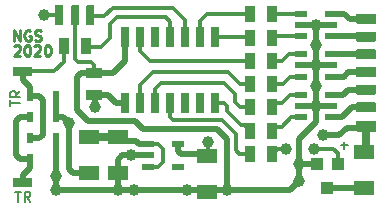
<source format=gbr>
G04 #@! TF.GenerationSoftware,KiCad,Pcbnew,5.1.5-52549c5~86~ubuntu19.10.1*
G04 #@! TF.CreationDate,2020-04-21T11:36:23+02:00*
G04 #@! TF.ProjectId,funcdec_uni.hw,66756e63-6465-4635-9f75-6e692e68772e,1*
G04 #@! TF.SameCoordinates,Original*
G04 #@! TF.FileFunction,Copper,L1,Top*
G04 #@! TF.FilePolarity,Positive*
%FSLAX46Y46*%
G04 Gerber Fmt 4.6, Leading zero omitted, Abs format (unit mm)*
G04 Created by KiCad (PCBNEW 5.1.5-52549c5~86~ubuntu19.10.1) date 2020-04-21 11:36:23*
%MOMM*%
%LPD*%
G04 APERTURE LIST*
%ADD10C,0.200000*%
%ADD11C,0.225000*%
%ADD12R,1.016000X0.609600*%
%ADD13R,0.629920X0.830580*%
%ADD14C,0.100000*%
%ADD15R,1.016000X1.016000*%
%ADD16R,0.660400X1.651000*%
%ADD17R,1.397000X0.889000*%
%ADD18R,1.803400X1.300480*%
%ADD19R,0.889000X1.397000*%
%ADD20C,1.000000*%
%ADD21C,0.380000*%
%ADD22C,0.650000*%
%ADD23C,0.500000*%
G04 APERTURE END LIST*
D10*
X12996523Y-21749857D02*
X12996523Y-21264142D01*
X13846523Y-21507000D02*
X12996523Y-21507000D01*
X13846523Y-20495095D02*
X13441761Y-20778428D01*
X13846523Y-20980809D02*
X12996523Y-20980809D01*
X12996523Y-20657000D01*
X13037000Y-20576047D01*
X13077476Y-20535571D01*
X13158428Y-20495095D01*
X13279857Y-20495095D01*
X13360809Y-20535571D01*
X13401285Y-20576047D01*
X13441761Y-20657000D01*
X13441761Y-20980809D01*
X13429142Y-28998523D02*
X13914857Y-28998523D01*
X13672000Y-29848523D02*
X13672000Y-28998523D01*
X14683904Y-29848523D02*
X14400571Y-29443761D01*
X14198190Y-29848523D02*
X14198190Y-28998523D01*
X14522000Y-28998523D01*
X14602952Y-29039000D01*
X14643428Y-29079476D01*
X14683904Y-29160428D01*
X14683904Y-29281857D01*
X14643428Y-29362809D01*
X14602952Y-29403285D01*
X14522000Y-29443761D01*
X14198190Y-29443761D01*
X40970238Y-25076142D02*
X41579761Y-25076142D01*
X41275000Y-25380904D02*
X41275000Y-24771380D01*
D11*
X13316142Y-16674357D02*
X13359000Y-16631500D01*
X13444714Y-16588642D01*
X13659000Y-16588642D01*
X13744714Y-16631500D01*
X13787571Y-16674357D01*
X13830428Y-16760071D01*
X13830428Y-16845785D01*
X13787571Y-16974357D01*
X13273285Y-17488642D01*
X13830428Y-17488642D01*
X14387571Y-16588642D02*
X14473285Y-16588642D01*
X14559000Y-16631500D01*
X14601857Y-16674357D01*
X14644714Y-16760071D01*
X14687571Y-16931500D01*
X14687571Y-17145785D01*
X14644714Y-17317214D01*
X14601857Y-17402928D01*
X14559000Y-17445785D01*
X14473285Y-17488642D01*
X14387571Y-17488642D01*
X14301857Y-17445785D01*
X14259000Y-17402928D01*
X14216142Y-17317214D01*
X14173285Y-17145785D01*
X14173285Y-16931500D01*
X14216142Y-16760071D01*
X14259000Y-16674357D01*
X14301857Y-16631500D01*
X14387571Y-16588642D01*
X15030428Y-16674357D02*
X15073285Y-16631500D01*
X15159000Y-16588642D01*
X15373285Y-16588642D01*
X15459000Y-16631500D01*
X15501857Y-16674357D01*
X15544714Y-16760071D01*
X15544714Y-16845785D01*
X15501857Y-16974357D01*
X14987571Y-17488642D01*
X15544714Y-17488642D01*
X16101857Y-16588642D02*
X16187571Y-16588642D01*
X16273285Y-16631500D01*
X16316142Y-16674357D01*
X16359000Y-16760071D01*
X16401857Y-16931500D01*
X16401857Y-17145785D01*
X16359000Y-17317214D01*
X16316142Y-17402928D01*
X16273285Y-17445785D01*
X16187571Y-17488642D01*
X16101857Y-17488642D01*
X16016142Y-17445785D01*
X15973285Y-17402928D01*
X15930428Y-17317214D01*
X15887571Y-17145785D01*
X15887571Y-16931500D01*
X15930428Y-16760071D01*
X15973285Y-16674357D01*
X16016142Y-16631500D01*
X16101857Y-16588642D01*
X13278785Y-16218642D02*
X13278785Y-15318642D01*
X13793071Y-16218642D01*
X13793071Y-15318642D01*
X14693071Y-15361500D02*
X14607357Y-15318642D01*
X14478785Y-15318642D01*
X14350214Y-15361500D01*
X14264500Y-15447214D01*
X14221642Y-15532928D01*
X14178785Y-15704357D01*
X14178785Y-15832928D01*
X14221642Y-16004357D01*
X14264500Y-16090071D01*
X14350214Y-16175785D01*
X14478785Y-16218642D01*
X14564500Y-16218642D01*
X14693071Y-16175785D01*
X14735928Y-16132928D01*
X14735928Y-15832928D01*
X14564500Y-15832928D01*
X15078785Y-16175785D02*
X15207357Y-16218642D01*
X15421642Y-16218642D01*
X15507357Y-16175785D01*
X15550214Y-16132928D01*
X15593071Y-16047214D01*
X15593071Y-15961500D01*
X15550214Y-15875785D01*
X15507357Y-15832928D01*
X15421642Y-15790071D01*
X15250214Y-15747214D01*
X15164500Y-15704357D01*
X15121642Y-15661500D01*
X15078785Y-15575785D01*
X15078785Y-15490071D01*
X15121642Y-15404357D01*
X15164500Y-15361500D01*
X15250214Y-15318642D01*
X15464500Y-15318642D01*
X15593071Y-15361500D01*
D12*
X27178000Y-26860500D03*
X24638000Y-25908000D03*
X27178000Y-24955500D03*
X24638000Y-26860500D03*
X24638000Y-24955500D03*
D13*
X16863060Y-20891500D03*
X14632940Y-20891500D03*
G04 #@! TA.AperFunction,SMDPad,CuDef*
D14*
G36*
X14790851Y-27819361D02*
G01*
X14798132Y-27820441D01*
X14805271Y-27822229D01*
X14812201Y-27824709D01*
X14818855Y-27827856D01*
X14825168Y-27831640D01*
X14831079Y-27836024D01*
X14836533Y-27840967D01*
X14841476Y-27846421D01*
X14845860Y-27852332D01*
X14849644Y-27858645D01*
X14852791Y-27865299D01*
X14855271Y-27872229D01*
X14857059Y-27879368D01*
X14858139Y-27886649D01*
X14858500Y-27894000D01*
X14858500Y-28494000D01*
X14858139Y-28501351D01*
X14857059Y-28508632D01*
X14855271Y-28515771D01*
X14852791Y-28522701D01*
X14849644Y-28529355D01*
X14845860Y-28535668D01*
X14841476Y-28541579D01*
X14836533Y-28547033D01*
X14831079Y-28551976D01*
X14825168Y-28556360D01*
X14818855Y-28560144D01*
X14812201Y-28563291D01*
X14805271Y-28565771D01*
X14798132Y-28567559D01*
X14790851Y-28568639D01*
X14783500Y-28569000D01*
X13283500Y-28569000D01*
X13276149Y-28568639D01*
X13268868Y-28567559D01*
X13261729Y-28565771D01*
X13254799Y-28563291D01*
X13248145Y-28560144D01*
X13241832Y-28556360D01*
X13235921Y-28551976D01*
X13230467Y-28547033D01*
X13225524Y-28541579D01*
X13221140Y-28535668D01*
X13217356Y-28529355D01*
X13214209Y-28522701D01*
X13211729Y-28515771D01*
X13209941Y-28508632D01*
X13208861Y-28501351D01*
X13208500Y-28494000D01*
X13208500Y-27894000D01*
X13208861Y-27886649D01*
X13209941Y-27879368D01*
X13211729Y-27872229D01*
X13214209Y-27865299D01*
X13217356Y-27858645D01*
X13221140Y-27852332D01*
X13225524Y-27846421D01*
X13230467Y-27840967D01*
X13235921Y-27836024D01*
X13241832Y-27831640D01*
X13248145Y-27827856D01*
X13254799Y-27824709D01*
X13261729Y-27822229D01*
X13268868Y-27820441D01*
X13276149Y-27819361D01*
X13283500Y-27819000D01*
X14783500Y-27819000D01*
X14790851Y-27819361D01*
G37*
G04 #@! TD.AperFunction*
D15*
X38925500Y-26670000D03*
X40703500Y-26670000D03*
X39814500Y-28702000D03*
G04 #@! TA.AperFunction,SMDPad,CuDef*
D14*
G36*
X43864831Y-13926409D02*
G01*
X43873083Y-13927633D01*
X43881174Y-13929660D01*
X43889028Y-13932470D01*
X43896569Y-13936037D01*
X43903723Y-13940325D01*
X43910423Y-13945294D01*
X43916604Y-13950896D01*
X43922206Y-13957077D01*
X43927175Y-13963777D01*
X43931463Y-13970931D01*
X43935030Y-13978472D01*
X43937840Y-13986326D01*
X43939867Y-13994417D01*
X43941091Y-14002669D01*
X43941500Y-14011000D01*
X43941500Y-14691000D01*
X43941091Y-14699331D01*
X43939867Y-14707583D01*
X43937840Y-14715674D01*
X43935030Y-14723528D01*
X43931463Y-14731069D01*
X43927175Y-14738223D01*
X43922206Y-14744923D01*
X43916604Y-14751104D01*
X43910423Y-14756706D01*
X43903723Y-14761675D01*
X43896569Y-14765963D01*
X43889028Y-14769530D01*
X43881174Y-14772340D01*
X43873083Y-14774367D01*
X43864831Y-14775591D01*
X43856500Y-14776000D01*
X42376500Y-14776000D01*
X42368169Y-14775591D01*
X42359917Y-14774367D01*
X42351826Y-14772340D01*
X42343972Y-14769530D01*
X42336431Y-14765963D01*
X42329277Y-14761675D01*
X42322577Y-14756706D01*
X42316396Y-14751104D01*
X42310794Y-14744923D01*
X42305825Y-14738223D01*
X42301537Y-14731069D01*
X42297970Y-14723528D01*
X42295160Y-14715674D01*
X42293133Y-14707583D01*
X42291909Y-14699331D01*
X42291500Y-14691000D01*
X42291500Y-14011000D01*
X42291909Y-14002669D01*
X42293133Y-13994417D01*
X42295160Y-13986326D01*
X42297970Y-13978472D01*
X42301537Y-13970931D01*
X42305825Y-13963777D01*
X42310794Y-13957077D01*
X42316396Y-13950896D01*
X42322577Y-13945294D01*
X42329277Y-13940325D01*
X42336431Y-13936037D01*
X42343972Y-13932470D01*
X42351826Y-13929660D01*
X42359917Y-13927633D01*
X42368169Y-13926409D01*
X42376500Y-13926000D01*
X43856500Y-13926000D01*
X43864831Y-13926409D01*
G37*
G04 #@! TD.AperFunction*
G04 #@! TA.AperFunction,SMDPad,CuDef*
G36*
X43864831Y-15426409D02*
G01*
X43873083Y-15427633D01*
X43881174Y-15429660D01*
X43889028Y-15432470D01*
X43896569Y-15436037D01*
X43903723Y-15440325D01*
X43910423Y-15445294D01*
X43916604Y-15450896D01*
X43922206Y-15457077D01*
X43927175Y-15463777D01*
X43931463Y-15470931D01*
X43935030Y-15478472D01*
X43937840Y-15486326D01*
X43939867Y-15494417D01*
X43941091Y-15502669D01*
X43941500Y-15511000D01*
X43941500Y-16191000D01*
X43941091Y-16199331D01*
X43939867Y-16207583D01*
X43937840Y-16215674D01*
X43935030Y-16223528D01*
X43931463Y-16231069D01*
X43927175Y-16238223D01*
X43922206Y-16244923D01*
X43916604Y-16251104D01*
X43910423Y-16256706D01*
X43903723Y-16261675D01*
X43896569Y-16265963D01*
X43889028Y-16269530D01*
X43881174Y-16272340D01*
X43873083Y-16274367D01*
X43864831Y-16275591D01*
X43856500Y-16276000D01*
X42376500Y-16276000D01*
X42368169Y-16275591D01*
X42359917Y-16274367D01*
X42351826Y-16272340D01*
X42343972Y-16269530D01*
X42336431Y-16265963D01*
X42329277Y-16261675D01*
X42322577Y-16256706D01*
X42316396Y-16251104D01*
X42310794Y-16244923D01*
X42305825Y-16238223D01*
X42301537Y-16231069D01*
X42297970Y-16223528D01*
X42295160Y-16215674D01*
X42293133Y-16207583D01*
X42291909Y-16199331D01*
X42291500Y-16191000D01*
X42291500Y-15511000D01*
X42291909Y-15502669D01*
X42293133Y-15494417D01*
X42295160Y-15486326D01*
X42297970Y-15478472D01*
X42301537Y-15470931D01*
X42305825Y-15463777D01*
X42310794Y-15457077D01*
X42316396Y-15450896D01*
X42322577Y-15445294D01*
X42329277Y-15440325D01*
X42336431Y-15436037D01*
X42343972Y-15432470D01*
X42351826Y-15429660D01*
X42359917Y-15427633D01*
X42368169Y-15426409D01*
X42376500Y-15426000D01*
X43856500Y-15426000D01*
X43864831Y-15426409D01*
G37*
G04 #@! TD.AperFunction*
G04 #@! TA.AperFunction,SMDPad,CuDef*
G36*
X43864831Y-16926409D02*
G01*
X43873083Y-16927633D01*
X43881174Y-16929660D01*
X43889028Y-16932470D01*
X43896569Y-16936037D01*
X43903723Y-16940325D01*
X43910423Y-16945294D01*
X43916604Y-16950896D01*
X43922206Y-16957077D01*
X43927175Y-16963777D01*
X43931463Y-16970931D01*
X43935030Y-16978472D01*
X43937840Y-16986326D01*
X43939867Y-16994417D01*
X43941091Y-17002669D01*
X43941500Y-17011000D01*
X43941500Y-17691000D01*
X43941091Y-17699331D01*
X43939867Y-17707583D01*
X43937840Y-17715674D01*
X43935030Y-17723528D01*
X43931463Y-17731069D01*
X43927175Y-17738223D01*
X43922206Y-17744923D01*
X43916604Y-17751104D01*
X43910423Y-17756706D01*
X43903723Y-17761675D01*
X43896569Y-17765963D01*
X43889028Y-17769530D01*
X43881174Y-17772340D01*
X43873083Y-17774367D01*
X43864831Y-17775591D01*
X43856500Y-17776000D01*
X42376500Y-17776000D01*
X42368169Y-17775591D01*
X42359917Y-17774367D01*
X42351826Y-17772340D01*
X42343972Y-17769530D01*
X42336431Y-17765963D01*
X42329277Y-17761675D01*
X42322577Y-17756706D01*
X42316396Y-17751104D01*
X42310794Y-17744923D01*
X42305825Y-17738223D01*
X42301537Y-17731069D01*
X42297970Y-17723528D01*
X42295160Y-17715674D01*
X42293133Y-17707583D01*
X42291909Y-17699331D01*
X42291500Y-17691000D01*
X42291500Y-17011000D01*
X42291909Y-17002669D01*
X42293133Y-16994417D01*
X42295160Y-16986326D01*
X42297970Y-16978472D01*
X42301537Y-16970931D01*
X42305825Y-16963777D01*
X42310794Y-16957077D01*
X42316396Y-16950896D01*
X42322577Y-16945294D01*
X42329277Y-16940325D01*
X42336431Y-16936037D01*
X42343972Y-16932470D01*
X42351826Y-16929660D01*
X42359917Y-16927633D01*
X42368169Y-16926409D01*
X42376500Y-16926000D01*
X43856500Y-16926000D01*
X43864831Y-16926409D01*
G37*
G04 #@! TD.AperFunction*
G04 #@! TA.AperFunction,SMDPad,CuDef*
G36*
X43864831Y-18426409D02*
G01*
X43873083Y-18427633D01*
X43881174Y-18429660D01*
X43889028Y-18432470D01*
X43896569Y-18436037D01*
X43903723Y-18440325D01*
X43910423Y-18445294D01*
X43916604Y-18450896D01*
X43922206Y-18457077D01*
X43927175Y-18463777D01*
X43931463Y-18470931D01*
X43935030Y-18478472D01*
X43937840Y-18486326D01*
X43939867Y-18494417D01*
X43941091Y-18502669D01*
X43941500Y-18511000D01*
X43941500Y-19191000D01*
X43941091Y-19199331D01*
X43939867Y-19207583D01*
X43937840Y-19215674D01*
X43935030Y-19223528D01*
X43931463Y-19231069D01*
X43927175Y-19238223D01*
X43922206Y-19244923D01*
X43916604Y-19251104D01*
X43910423Y-19256706D01*
X43903723Y-19261675D01*
X43896569Y-19265963D01*
X43889028Y-19269530D01*
X43881174Y-19272340D01*
X43873083Y-19274367D01*
X43864831Y-19275591D01*
X43856500Y-19276000D01*
X42376500Y-19276000D01*
X42368169Y-19275591D01*
X42359917Y-19274367D01*
X42351826Y-19272340D01*
X42343972Y-19269530D01*
X42336431Y-19265963D01*
X42329277Y-19261675D01*
X42322577Y-19256706D01*
X42316396Y-19251104D01*
X42310794Y-19244923D01*
X42305825Y-19238223D01*
X42301537Y-19231069D01*
X42297970Y-19223528D01*
X42295160Y-19215674D01*
X42293133Y-19207583D01*
X42291909Y-19199331D01*
X42291500Y-19191000D01*
X42291500Y-18511000D01*
X42291909Y-18502669D01*
X42293133Y-18494417D01*
X42295160Y-18486326D01*
X42297970Y-18478472D01*
X42301537Y-18470931D01*
X42305825Y-18463777D01*
X42310794Y-18457077D01*
X42316396Y-18450896D01*
X42322577Y-18445294D01*
X42329277Y-18440325D01*
X42336431Y-18436037D01*
X42343972Y-18432470D01*
X42351826Y-18429660D01*
X42359917Y-18427633D01*
X42368169Y-18426409D01*
X42376500Y-18426000D01*
X43856500Y-18426000D01*
X43864831Y-18426409D01*
G37*
G04 #@! TD.AperFunction*
G04 #@! TA.AperFunction,SMDPad,CuDef*
G36*
X43864831Y-19926409D02*
G01*
X43873083Y-19927633D01*
X43881174Y-19929660D01*
X43889028Y-19932470D01*
X43896569Y-19936037D01*
X43903723Y-19940325D01*
X43910423Y-19945294D01*
X43916604Y-19950896D01*
X43922206Y-19957077D01*
X43927175Y-19963777D01*
X43931463Y-19970931D01*
X43935030Y-19978472D01*
X43937840Y-19986326D01*
X43939867Y-19994417D01*
X43941091Y-20002669D01*
X43941500Y-20011000D01*
X43941500Y-20691000D01*
X43941091Y-20699331D01*
X43939867Y-20707583D01*
X43937840Y-20715674D01*
X43935030Y-20723528D01*
X43931463Y-20731069D01*
X43927175Y-20738223D01*
X43922206Y-20744923D01*
X43916604Y-20751104D01*
X43910423Y-20756706D01*
X43903723Y-20761675D01*
X43896569Y-20765963D01*
X43889028Y-20769530D01*
X43881174Y-20772340D01*
X43873083Y-20774367D01*
X43864831Y-20775591D01*
X43856500Y-20776000D01*
X42376500Y-20776000D01*
X42368169Y-20775591D01*
X42359917Y-20774367D01*
X42351826Y-20772340D01*
X42343972Y-20769530D01*
X42336431Y-20765963D01*
X42329277Y-20761675D01*
X42322577Y-20756706D01*
X42316396Y-20751104D01*
X42310794Y-20744923D01*
X42305825Y-20738223D01*
X42301537Y-20731069D01*
X42297970Y-20723528D01*
X42295160Y-20715674D01*
X42293133Y-20707583D01*
X42291909Y-20699331D01*
X42291500Y-20691000D01*
X42291500Y-20011000D01*
X42291909Y-20002669D01*
X42293133Y-19994417D01*
X42295160Y-19986326D01*
X42297970Y-19978472D01*
X42301537Y-19970931D01*
X42305825Y-19963777D01*
X42310794Y-19957077D01*
X42316396Y-19950896D01*
X42322577Y-19945294D01*
X42329277Y-19940325D01*
X42336431Y-19936037D01*
X42343972Y-19932470D01*
X42351826Y-19929660D01*
X42359917Y-19927633D01*
X42368169Y-19926409D01*
X42376500Y-19926000D01*
X43856500Y-19926000D01*
X43864831Y-19926409D01*
G37*
G04 #@! TD.AperFunction*
G04 #@! TA.AperFunction,SMDPad,CuDef*
G36*
X43864831Y-21426409D02*
G01*
X43873083Y-21427633D01*
X43881174Y-21429660D01*
X43889028Y-21432470D01*
X43896569Y-21436037D01*
X43903723Y-21440325D01*
X43910423Y-21445294D01*
X43916604Y-21450896D01*
X43922206Y-21457077D01*
X43927175Y-21463777D01*
X43931463Y-21470931D01*
X43935030Y-21478472D01*
X43937840Y-21486326D01*
X43939867Y-21494417D01*
X43941091Y-21502669D01*
X43941500Y-21511000D01*
X43941500Y-22191000D01*
X43941091Y-22199331D01*
X43939867Y-22207583D01*
X43937840Y-22215674D01*
X43935030Y-22223528D01*
X43931463Y-22231069D01*
X43927175Y-22238223D01*
X43922206Y-22244923D01*
X43916604Y-22251104D01*
X43910423Y-22256706D01*
X43903723Y-22261675D01*
X43896569Y-22265963D01*
X43889028Y-22269530D01*
X43881174Y-22272340D01*
X43873083Y-22274367D01*
X43864831Y-22275591D01*
X43856500Y-22276000D01*
X42376500Y-22276000D01*
X42368169Y-22275591D01*
X42359917Y-22274367D01*
X42351826Y-22272340D01*
X42343972Y-22269530D01*
X42336431Y-22265963D01*
X42329277Y-22261675D01*
X42322577Y-22256706D01*
X42316396Y-22251104D01*
X42310794Y-22244923D01*
X42305825Y-22238223D01*
X42301537Y-22231069D01*
X42297970Y-22223528D01*
X42295160Y-22215674D01*
X42293133Y-22207583D01*
X42291909Y-22199331D01*
X42291500Y-22191000D01*
X42291500Y-21511000D01*
X42291909Y-21502669D01*
X42293133Y-21494417D01*
X42295160Y-21486326D01*
X42297970Y-21478472D01*
X42301537Y-21470931D01*
X42305825Y-21463777D01*
X42310794Y-21457077D01*
X42316396Y-21450896D01*
X42322577Y-21445294D01*
X42329277Y-21440325D01*
X42336431Y-21436037D01*
X42343972Y-21432470D01*
X42351826Y-21429660D01*
X42359917Y-21427633D01*
X42368169Y-21426409D01*
X42376500Y-21426000D01*
X43856500Y-21426000D01*
X43864831Y-21426409D01*
G37*
G04 #@! TD.AperFunction*
G04 #@! TA.AperFunction,SMDPad,CuDef*
G36*
X43855812Y-22976457D02*
G01*
X43865034Y-22977825D01*
X43874077Y-22980091D01*
X43882855Y-22983231D01*
X43891283Y-22987217D01*
X43899279Y-22992010D01*
X43906767Y-22997564D01*
X43913675Y-23003825D01*
X43919936Y-23010733D01*
X43925490Y-23018221D01*
X43930283Y-23026217D01*
X43934269Y-23034645D01*
X43937409Y-23043423D01*
X43939675Y-23052466D01*
X43941043Y-23061688D01*
X43941500Y-23071000D01*
X43941500Y-23831000D01*
X43941043Y-23840312D01*
X43939675Y-23849534D01*
X43937409Y-23858577D01*
X43934269Y-23867355D01*
X43930283Y-23875783D01*
X43925490Y-23883779D01*
X43919936Y-23891267D01*
X43913675Y-23898175D01*
X43906767Y-23904436D01*
X43899279Y-23909990D01*
X43891283Y-23914783D01*
X43882855Y-23918769D01*
X43874077Y-23921909D01*
X43865034Y-23924175D01*
X43855812Y-23925543D01*
X43846500Y-23926000D01*
X42386500Y-23926000D01*
X42377188Y-23925543D01*
X42367966Y-23924175D01*
X42358923Y-23921909D01*
X42350145Y-23918769D01*
X42341717Y-23914783D01*
X42333721Y-23909990D01*
X42326233Y-23904436D01*
X42319325Y-23898175D01*
X42313064Y-23891267D01*
X42307510Y-23883779D01*
X42302717Y-23875783D01*
X42298731Y-23867355D01*
X42295591Y-23858577D01*
X42293325Y-23849534D01*
X42291957Y-23840312D01*
X42291500Y-23831000D01*
X42291500Y-23071000D01*
X42291957Y-23061688D01*
X42293325Y-23052466D01*
X42295591Y-23043423D01*
X42298731Y-23034645D01*
X42302717Y-23026217D01*
X42307510Y-23018221D01*
X42313064Y-23010733D01*
X42319325Y-23003825D01*
X42326233Y-22997564D01*
X42333721Y-22992010D01*
X42341717Y-22987217D01*
X42350145Y-22983231D01*
X42358923Y-22980091D01*
X42367966Y-22977825D01*
X42377188Y-22976457D01*
X42386500Y-22976000D01*
X43846500Y-22976000D01*
X43855812Y-22976457D01*
G37*
G04 #@! TD.AperFunction*
D16*
X22733000Y-15875000D03*
X24003000Y-15875000D03*
X25273000Y-15875000D03*
X26543000Y-15875000D03*
X27813000Y-15875000D03*
X29083000Y-15875000D03*
X30353000Y-15875000D03*
X30353000Y-21463000D03*
X29083000Y-21463000D03*
X27813000Y-21463000D03*
X26543000Y-21463000D03*
X25273000Y-21463000D03*
X24003000Y-21463000D03*
X22733000Y-21463000D03*
D17*
X20066000Y-18923000D03*
X20066000Y-20828000D03*
D18*
X19685000Y-27419300D03*
X19685000Y-24396700D03*
X42926000Y-28689300D03*
X42926000Y-25666700D03*
X22098000Y-24396700D03*
X22098000Y-27419300D03*
X29654500Y-28994100D03*
X29654500Y-25971500D03*
D13*
X14632940Y-22669500D03*
X16863060Y-22669500D03*
X14632940Y-26225500D03*
X16863060Y-26225500D03*
X16863060Y-24447500D03*
X14632940Y-24447500D03*
G04 #@! TA.AperFunction,SMDPad,CuDef*
D14*
G36*
X14790851Y-18421361D02*
G01*
X14798132Y-18422441D01*
X14805271Y-18424229D01*
X14812201Y-18426709D01*
X14818855Y-18429856D01*
X14825168Y-18433640D01*
X14831079Y-18438024D01*
X14836533Y-18442967D01*
X14841476Y-18448421D01*
X14845860Y-18454332D01*
X14849644Y-18460645D01*
X14852791Y-18467299D01*
X14855271Y-18474229D01*
X14857059Y-18481368D01*
X14858139Y-18488649D01*
X14858500Y-18496000D01*
X14858500Y-19096000D01*
X14858139Y-19103351D01*
X14857059Y-19110632D01*
X14855271Y-19117771D01*
X14852791Y-19124701D01*
X14849644Y-19131355D01*
X14845860Y-19137668D01*
X14841476Y-19143579D01*
X14836533Y-19149033D01*
X14831079Y-19153976D01*
X14825168Y-19158360D01*
X14818855Y-19162144D01*
X14812201Y-19165291D01*
X14805271Y-19167771D01*
X14798132Y-19169559D01*
X14790851Y-19170639D01*
X14783500Y-19171000D01*
X13283500Y-19171000D01*
X13276149Y-19170639D01*
X13268868Y-19169559D01*
X13261729Y-19167771D01*
X13254799Y-19165291D01*
X13248145Y-19162144D01*
X13241832Y-19158360D01*
X13235921Y-19153976D01*
X13230467Y-19149033D01*
X13225524Y-19143579D01*
X13221140Y-19137668D01*
X13217356Y-19131355D01*
X13214209Y-19124701D01*
X13211729Y-19117771D01*
X13209941Y-19110632D01*
X13208861Y-19103351D01*
X13208500Y-19096000D01*
X13208500Y-18496000D01*
X13208861Y-18488649D01*
X13209941Y-18481368D01*
X13211729Y-18474229D01*
X13214209Y-18467299D01*
X13217356Y-18460645D01*
X13221140Y-18454332D01*
X13225524Y-18448421D01*
X13230467Y-18442967D01*
X13235921Y-18438024D01*
X13241832Y-18433640D01*
X13248145Y-18429856D01*
X13254799Y-18426709D01*
X13261729Y-18424229D01*
X13268868Y-18422441D01*
X13276149Y-18421361D01*
X13283500Y-18421000D01*
X14783500Y-18421000D01*
X14790851Y-18421361D01*
G37*
G04 #@! TD.AperFunction*
G04 #@! TA.AperFunction,SMDPad,CuDef*
G36*
X17415851Y-13208861D02*
G01*
X17423132Y-13209941D01*
X17430271Y-13211729D01*
X17437201Y-13214209D01*
X17443855Y-13217356D01*
X17450168Y-13221140D01*
X17456079Y-13225524D01*
X17461533Y-13230467D01*
X17466476Y-13235921D01*
X17470860Y-13241832D01*
X17474644Y-13248145D01*
X17477791Y-13254799D01*
X17480271Y-13261729D01*
X17482059Y-13268868D01*
X17483139Y-13276149D01*
X17483500Y-13283500D01*
X17483500Y-14783500D01*
X17483139Y-14790851D01*
X17482059Y-14798132D01*
X17480271Y-14805271D01*
X17477791Y-14812201D01*
X17474644Y-14818855D01*
X17470860Y-14825168D01*
X17466476Y-14831079D01*
X17461533Y-14836533D01*
X17456079Y-14841476D01*
X17450168Y-14845860D01*
X17443855Y-14849644D01*
X17437201Y-14852791D01*
X17430271Y-14855271D01*
X17423132Y-14857059D01*
X17415851Y-14858139D01*
X17408500Y-14858500D01*
X16808500Y-14858500D01*
X16801149Y-14858139D01*
X16793868Y-14857059D01*
X16786729Y-14855271D01*
X16779799Y-14852791D01*
X16773145Y-14849644D01*
X16766832Y-14845860D01*
X16760921Y-14841476D01*
X16755467Y-14836533D01*
X16750524Y-14831079D01*
X16746140Y-14825168D01*
X16742356Y-14818855D01*
X16739209Y-14812201D01*
X16736729Y-14805271D01*
X16734941Y-14798132D01*
X16733861Y-14790851D01*
X16733500Y-14783500D01*
X16733500Y-13283500D01*
X16733861Y-13276149D01*
X16734941Y-13268868D01*
X16736729Y-13261729D01*
X16739209Y-13254799D01*
X16742356Y-13248145D01*
X16746140Y-13241832D01*
X16750524Y-13235921D01*
X16755467Y-13230467D01*
X16760921Y-13225524D01*
X16766832Y-13221140D01*
X16773145Y-13217356D01*
X16779799Y-13214209D01*
X16786729Y-13211729D01*
X16793868Y-13209941D01*
X16801149Y-13208861D01*
X16808500Y-13208500D01*
X17408500Y-13208500D01*
X17415851Y-13208861D01*
G37*
G04 #@! TD.AperFunction*
G04 #@! TA.AperFunction,SMDPad,CuDef*
G36*
X18744871Y-13208813D02*
G01*
X18751181Y-13209749D01*
X18757369Y-13211299D01*
X18763374Y-13213448D01*
X18769141Y-13216175D01*
X18774612Y-13219454D01*
X18779736Y-13223254D01*
X18784462Y-13227538D01*
X18788746Y-13232264D01*
X18792546Y-13237388D01*
X18795825Y-13242859D01*
X18798552Y-13248626D01*
X18800701Y-13254631D01*
X18802251Y-13260819D01*
X18803187Y-13267129D01*
X18803500Y-13273500D01*
X18803500Y-14793500D01*
X18803187Y-14799871D01*
X18802251Y-14806181D01*
X18800701Y-14812369D01*
X18798552Y-14818374D01*
X18795825Y-14824141D01*
X18792546Y-14829612D01*
X18788746Y-14834736D01*
X18784462Y-14839462D01*
X18779736Y-14843746D01*
X18774612Y-14847546D01*
X18769141Y-14850825D01*
X18763374Y-14853552D01*
X18757369Y-14855701D01*
X18751181Y-14857251D01*
X18744871Y-14858187D01*
X18738500Y-14858500D01*
X18218500Y-14858500D01*
X18212129Y-14858187D01*
X18205819Y-14857251D01*
X18199631Y-14855701D01*
X18193626Y-14853552D01*
X18187859Y-14850825D01*
X18182388Y-14847546D01*
X18177264Y-14843746D01*
X18172538Y-14839462D01*
X18168254Y-14834736D01*
X18164454Y-14829612D01*
X18161175Y-14824141D01*
X18158448Y-14818374D01*
X18156299Y-14812369D01*
X18154749Y-14806181D01*
X18153813Y-14799871D01*
X18153500Y-14793500D01*
X18153500Y-13273500D01*
X18153813Y-13267129D01*
X18154749Y-13260819D01*
X18156299Y-13254631D01*
X18158448Y-13248626D01*
X18161175Y-13242859D01*
X18164454Y-13237388D01*
X18168254Y-13232264D01*
X18172538Y-13227538D01*
X18177264Y-13223254D01*
X18182388Y-13219454D01*
X18187859Y-13216175D01*
X18193626Y-13213448D01*
X18199631Y-13211299D01*
X18205819Y-13209749D01*
X18212129Y-13208813D01*
X18218500Y-13208500D01*
X18738500Y-13208500D01*
X18744871Y-13208813D01*
G37*
G04 #@! TD.AperFunction*
G04 #@! TA.AperFunction,SMDPad,CuDef*
G36*
X20014871Y-13208813D02*
G01*
X20021181Y-13209749D01*
X20027369Y-13211299D01*
X20033374Y-13213448D01*
X20039141Y-13216175D01*
X20044612Y-13219454D01*
X20049736Y-13223254D01*
X20054462Y-13227538D01*
X20058746Y-13232264D01*
X20062546Y-13237388D01*
X20065825Y-13242859D01*
X20068552Y-13248626D01*
X20070701Y-13254631D01*
X20072251Y-13260819D01*
X20073187Y-13267129D01*
X20073500Y-13273500D01*
X20073500Y-14793500D01*
X20073187Y-14799871D01*
X20072251Y-14806181D01*
X20070701Y-14812369D01*
X20068552Y-14818374D01*
X20065825Y-14824141D01*
X20062546Y-14829612D01*
X20058746Y-14834736D01*
X20054462Y-14839462D01*
X20049736Y-14843746D01*
X20044612Y-14847546D01*
X20039141Y-14850825D01*
X20033374Y-14853552D01*
X20027369Y-14855701D01*
X20021181Y-14857251D01*
X20014871Y-14858187D01*
X20008500Y-14858500D01*
X19488500Y-14858500D01*
X19482129Y-14858187D01*
X19475819Y-14857251D01*
X19469631Y-14855701D01*
X19463626Y-14853552D01*
X19457859Y-14850825D01*
X19452388Y-14847546D01*
X19447264Y-14843746D01*
X19442538Y-14839462D01*
X19438254Y-14834736D01*
X19434454Y-14829612D01*
X19431175Y-14824141D01*
X19428448Y-14818374D01*
X19426299Y-14812369D01*
X19424749Y-14806181D01*
X19423813Y-14799871D01*
X19423500Y-14793500D01*
X19423500Y-13273500D01*
X19423813Y-13267129D01*
X19424749Y-13260819D01*
X19426299Y-13254631D01*
X19428448Y-13248626D01*
X19431175Y-13242859D01*
X19434454Y-13237388D01*
X19438254Y-13232264D01*
X19442538Y-13227538D01*
X19447264Y-13223254D01*
X19452388Y-13219454D01*
X19457859Y-13216175D01*
X19463626Y-13213448D01*
X19469631Y-13211299D01*
X19475819Y-13209749D01*
X19482129Y-13208813D01*
X19488500Y-13208500D01*
X20008500Y-13208500D01*
X20014871Y-13208813D01*
G37*
G04 #@! TD.AperFunction*
D12*
X37592000Y-20764500D03*
X37592000Y-21717000D03*
X37592000Y-22669500D03*
X40132000Y-22669500D03*
X40132000Y-21717000D03*
X40132000Y-20764500D03*
X37592000Y-17335500D03*
X37592000Y-18288000D03*
X37592000Y-19240500D03*
X40132000Y-19240500D03*
X40132000Y-18288000D03*
X40132000Y-17335500D03*
X40132000Y-13906500D03*
X40132000Y-14859000D03*
X40132000Y-15811500D03*
X37592000Y-15811500D03*
X37592000Y-14859000D03*
X37592000Y-13906500D03*
D19*
X19431000Y-16637000D03*
X17526000Y-16637000D03*
X33274000Y-25781000D03*
X35179000Y-25781000D03*
X33274000Y-23812500D03*
X35179000Y-23812500D03*
X35179000Y-21844000D03*
X33274000Y-21844000D03*
X35179000Y-19875500D03*
X33274000Y-19875500D03*
X33274000Y-17907000D03*
X35179000Y-17907000D03*
X33274000Y-15938500D03*
X35179000Y-15938500D03*
X33274000Y-13970000D03*
X35179000Y-13970000D03*
D20*
X22098000Y-28829000D03*
X23495000Y-28829000D03*
X27940000Y-28829000D03*
X38862000Y-21717000D03*
X38862000Y-14859000D03*
X38862000Y-18288000D03*
X37465000Y-28067000D03*
X37465000Y-26606500D03*
X31305500Y-28829000D03*
X16891000Y-28829000D03*
X16891000Y-27686000D03*
X23241000Y-25908000D03*
X38862000Y-16573500D03*
X38862000Y-20002500D03*
X29718000Y-24750510D03*
X15811500Y-14033500D03*
X20129500Y-21844000D03*
X39497000Y-24193500D03*
X17970500Y-23177500D03*
X36322000Y-25336500D03*
X38735000Y-25336500D03*
D21*
X25526000Y-26860500D02*
X24638000Y-26860500D01*
X25526000Y-24955500D02*
X25908000Y-25337500D01*
X25908000Y-26478500D02*
X25526000Y-26860500D01*
X25908000Y-25337500D02*
X25908000Y-26478500D01*
X24638000Y-24955500D02*
X25526000Y-24955500D01*
D22*
X22098000Y-24396700D02*
X19685000Y-24396700D01*
D23*
X22402800Y-24701500D02*
X22098000Y-24396700D01*
X23622000Y-24701500D02*
X22402800Y-24701500D01*
X24638000Y-24955500D02*
X23876000Y-24955500D01*
X23876000Y-24955500D02*
X23622000Y-24701500D01*
X22098000Y-27419300D02*
X22098000Y-28829000D01*
X22098000Y-26269060D02*
X22098000Y-27419300D01*
X22459060Y-25908000D02*
X22098000Y-26269060D01*
X29667200Y-28829000D02*
X29718000Y-28879800D01*
X27940000Y-28829000D02*
X29667200Y-28829000D01*
X37592000Y-21717000D02*
X38862000Y-21717000D01*
X38862000Y-21717000D02*
X40132000Y-21717000D01*
X37592000Y-14859000D02*
X38862000Y-14859000D01*
X38862000Y-14859000D02*
X40132000Y-14859000D01*
X37592000Y-18288000D02*
X38862000Y-18288000D01*
X38862000Y-18288000D02*
X40132000Y-18288000D01*
X37465000Y-26606500D02*
X38925500Y-26606500D01*
X29730700Y-28892500D02*
X29718000Y-28879800D01*
D21*
X31292800Y-28879800D02*
X31305500Y-28829000D01*
D23*
X29768800Y-28829000D02*
X29718000Y-28879800D01*
X31305500Y-28829000D02*
X29768800Y-28829000D01*
X37465000Y-24511000D02*
X38862000Y-23114000D01*
X37465000Y-26606500D02*
X37465000Y-24511000D01*
X38862000Y-21717000D02*
X38862000Y-23114000D01*
X37465000Y-28067000D02*
X37465000Y-26606500D01*
X31305500Y-28829000D02*
X36703000Y-28829000D01*
X36703000Y-28829000D02*
X37465000Y-28067000D01*
X22098000Y-28829000D02*
X23495000Y-28829000D01*
X23495000Y-28829000D02*
X27940000Y-28829000D01*
X20066000Y-18923000D02*
X21717000Y-18923000D01*
X22733000Y-17907000D02*
X22733000Y-15875000D01*
X21717000Y-18923000D02*
X22733000Y-17907000D01*
D21*
X20066000Y-18224500D02*
X20066000Y-18923000D01*
X18730498Y-17970500D02*
X19812000Y-17970500D01*
X18478500Y-14033500D02*
X18478500Y-17718502D01*
X19812000Y-17970500D02*
X20066000Y-18224500D01*
X18478500Y-17718502D02*
X18730498Y-17970500D01*
D23*
X16863060Y-24447500D02*
X16863060Y-26225500D01*
X22098000Y-28829000D02*
X16891000Y-28829000D01*
X16891000Y-28829000D02*
X16891000Y-27686000D01*
X16891000Y-26253440D02*
X16863060Y-26225500D01*
X16891000Y-27686000D02*
X16891000Y-26253440D01*
X22459060Y-25908000D02*
X23241000Y-25908000D01*
X23241000Y-25908000D02*
X24638000Y-25908000D01*
X18669000Y-19248500D02*
X18994500Y-18923000D01*
X18669000Y-22098000D02*
X18669000Y-19248500D01*
X24257000Y-23685500D02*
X23558500Y-22987000D01*
X19558000Y-22987000D02*
X18669000Y-22098000D01*
X31305500Y-28829000D02*
X31305500Y-24511000D01*
X18994500Y-18923000D02*
X20066000Y-18923000D01*
X31305500Y-24511000D02*
X30480000Y-23685500D01*
X23558500Y-22987000D02*
X19558000Y-22987000D01*
X30480000Y-23685500D02*
X24257000Y-23685500D01*
X38862000Y-14859000D02*
X38862000Y-16573500D01*
X38862000Y-16573500D02*
X38862000Y-18288000D01*
X38862000Y-18288000D02*
X38862000Y-20002500D01*
X38862000Y-21717000D02*
X38862000Y-20002500D01*
X29667200Y-25908000D02*
X29718000Y-25857200D01*
D21*
X29718000Y-25857200D02*
X29718000Y-24750510D01*
D23*
X21899500Y-21463000D02*
X22733000Y-21463000D01*
X20066000Y-20828000D02*
X21264500Y-20828000D01*
X21264500Y-20828000D02*
X21899500Y-21463000D01*
D21*
X17108500Y-14033500D02*
X15811500Y-14033500D01*
D23*
X20066000Y-21780500D02*
X20129500Y-21844000D01*
X20129500Y-20891500D02*
X20066000Y-20828000D01*
X20129500Y-21844000D02*
X20129500Y-20891500D01*
X27432000Y-25781000D02*
X29464000Y-25781000D01*
X27178000Y-24955500D02*
X27178000Y-25527000D01*
X29464000Y-25781000D02*
X29654500Y-25971500D01*
X27178000Y-25527000D02*
X27432000Y-25781000D01*
X13817980Y-26225500D02*
X13462000Y-25869520D01*
X14632940Y-26225500D02*
X13817980Y-26225500D01*
X13462000Y-25869520D02*
X13462000Y-22987000D01*
X13779500Y-22669500D02*
X14632940Y-22669500D01*
X13462000Y-22987000D02*
X13779500Y-22669500D01*
X14033500Y-27559000D02*
X14033500Y-28194000D01*
X14632940Y-26225500D02*
X14632940Y-26959560D01*
X14632940Y-26959560D02*
X14033500Y-27559000D01*
X43116500Y-25476200D02*
X42926000Y-25666700D01*
D22*
X43116500Y-23451000D02*
X43116500Y-25476200D01*
D23*
X18283300Y-27419300D02*
X19685000Y-27419300D01*
X17970500Y-27106500D02*
X18283300Y-27419300D01*
X17970500Y-23177500D02*
X17970500Y-27106500D01*
X17462500Y-22669500D02*
X16863060Y-22669500D01*
X17970500Y-23177500D02*
X17462500Y-22669500D01*
X16863060Y-20891500D02*
X16863060Y-22669500D01*
X40830500Y-24193500D02*
X39497000Y-24193500D01*
X43116500Y-23451000D02*
X42906500Y-23451000D01*
X41465500Y-23558500D02*
X40830500Y-24193500D01*
X42799000Y-23558500D02*
X41465500Y-23558500D01*
X42906500Y-23451000D02*
X42799000Y-23558500D01*
X14033500Y-19558000D02*
X14033500Y-18796000D01*
X14632940Y-20891500D02*
X14632940Y-20157440D01*
X14632940Y-20157440D02*
X14033500Y-19558000D01*
D21*
X16732250Y-18796000D02*
X14033500Y-18796000D01*
X17526000Y-16637000D02*
X17526000Y-18002250D01*
X17526000Y-18002250D02*
X16732250Y-18796000D01*
D23*
X15447900Y-20891500D02*
X14632940Y-20891500D01*
X15748000Y-21191600D02*
X15447900Y-20891500D01*
X15748000Y-24147400D02*
X15748000Y-21191600D01*
X15447900Y-24447500D02*
X15748000Y-24147400D01*
X14632940Y-24447500D02*
X15447900Y-24447500D01*
D21*
X19812000Y-14097000D02*
X19748500Y-14033500D01*
X27813000Y-15875000D02*
X27813000Y-14414500D01*
X21653500Y-13398500D02*
X20955000Y-14097000D01*
X26797000Y-13398500D02*
X21653500Y-13398500D01*
X27813000Y-14414500D02*
X26797000Y-13398500D01*
X20955000Y-14097000D02*
X19812000Y-14097000D01*
D23*
X42291500Y-21851000D02*
X43116500Y-21851000D01*
X41899000Y-21851000D02*
X42291500Y-21851000D01*
X40132000Y-22669500D02*
X41080500Y-22669500D01*
X41080500Y-22669500D02*
X41899000Y-21851000D01*
X43116500Y-20351000D02*
X41561500Y-20351000D01*
X41148000Y-20764500D02*
X40132000Y-20764500D01*
X41561500Y-20351000D02*
X41148000Y-20764500D01*
X40132000Y-19240500D02*
X41211500Y-19240500D01*
X41601000Y-18851000D02*
X43116500Y-18851000D01*
X41211500Y-19240500D02*
X41601000Y-18851000D01*
X43101000Y-17335500D02*
X43116500Y-17351000D01*
X40132000Y-17335500D02*
X43101000Y-17335500D01*
X43077000Y-15811500D02*
X43116500Y-15851000D01*
X40132000Y-15811500D02*
X43077000Y-15811500D01*
X43116500Y-14351000D02*
X41719500Y-14351000D01*
X41275000Y-13906500D02*
X40132000Y-13906500D01*
X41719500Y-14351000D02*
X41275000Y-13906500D01*
D21*
X35623500Y-25336500D02*
X35179000Y-25781000D01*
X36322000Y-25336500D02*
X35623500Y-25336500D01*
X40703500Y-25718500D02*
X40703500Y-26606500D01*
X40321500Y-25336500D02*
X40703500Y-25718500D01*
X38735000Y-25336500D02*
X40321500Y-25336500D01*
D23*
X42875200Y-28638500D02*
X42926000Y-28689300D01*
X39814500Y-28638500D02*
X42875200Y-28638500D01*
D21*
X36005500Y-21463000D02*
X35560000Y-21463000D01*
X35560000Y-21463000D02*
X35179000Y-21844000D01*
X37592000Y-20764500D02*
X36704000Y-20764500D01*
X36704000Y-20764500D02*
X36005500Y-21463000D01*
X35496500Y-23495000D02*
X35179000Y-23812500D01*
X35973250Y-23495000D02*
X35496500Y-23495000D01*
X37592000Y-22669500D02*
X36798750Y-22669500D01*
X36798750Y-22669500D02*
X35973250Y-23495000D01*
X37592000Y-17335500D02*
X36576000Y-17335500D01*
X36004500Y-17907000D02*
X35179000Y-17907000D01*
X36576000Y-17335500D02*
X36004500Y-17907000D01*
X37592000Y-19240500D02*
X36704000Y-19240500D01*
X36069000Y-19875500D02*
X35179000Y-19875500D01*
X36704000Y-19240500D02*
X36069000Y-19875500D01*
X35306000Y-15811500D02*
X35179000Y-15938500D01*
X37592000Y-15811500D02*
X35306000Y-15811500D01*
X35242500Y-13906500D02*
X35179000Y-13970000D01*
X37592000Y-13906500D02*
X35242500Y-13906500D01*
X20700000Y-16764000D02*
X21463000Y-16001000D01*
X19875500Y-16764000D02*
X20700000Y-16764000D01*
X21463000Y-16001000D02*
X21463000Y-14795500D01*
X21463000Y-14795500D02*
X22034500Y-14224000D01*
X22034500Y-14224000D02*
X26162000Y-14224000D01*
X26543000Y-14605000D02*
X26543000Y-15875000D01*
X26162000Y-14224000D02*
X26543000Y-14605000D01*
X32385000Y-25781000D02*
X33274000Y-25781000D01*
X32067500Y-25463500D02*
X32385000Y-25781000D01*
X26543000Y-22668500D02*
X26798000Y-22923500D01*
X26543000Y-21463000D02*
X26543000Y-22668500D01*
X26798000Y-22923500D02*
X30924500Y-22923500D01*
X30924500Y-22923500D02*
X32067500Y-24066500D01*
X32067500Y-24066500D02*
X32067500Y-25463500D01*
X32829500Y-23368000D02*
X33274000Y-23812500D01*
X31063200Y-21463000D02*
X31305500Y-21705300D01*
X30353000Y-21463000D02*
X31063200Y-21463000D01*
X31305500Y-21705300D02*
X31305500Y-22161500D01*
X31305500Y-22161500D02*
X32512000Y-23368000D01*
X32512000Y-23368000D02*
X32829500Y-23368000D01*
X32448500Y-21844000D02*
X33274000Y-21844000D01*
X32004000Y-21399500D02*
X32448500Y-21844000D01*
X25273000Y-20257500D02*
X25782000Y-19748500D01*
X25273000Y-21463000D02*
X25273000Y-20257500D01*
X25782000Y-19748500D02*
X31051500Y-19748500D01*
X31051500Y-19748500D02*
X32004000Y-20701000D01*
X32004000Y-20701000D02*
X32004000Y-21399500D01*
X31432500Y-18859500D02*
X32448500Y-19875500D01*
X25082500Y-18859500D02*
X31432500Y-18859500D01*
X24003000Y-21463000D02*
X24003000Y-19939000D01*
X32448500Y-19875500D02*
X33274000Y-19875500D01*
X24003000Y-19939000D02*
X25082500Y-18859500D01*
X24829500Y-17907000D02*
X32449500Y-17907000D01*
X24003000Y-17080500D02*
X24829500Y-17907000D01*
X32449500Y-17907000D02*
X33274000Y-17907000D01*
X24003000Y-15875000D02*
X24003000Y-17080500D01*
X33210500Y-15875000D02*
X33274000Y-15938500D01*
X30353000Y-15875000D02*
X33210500Y-15875000D01*
X29623250Y-13970000D02*
X32449500Y-13970000D01*
X32449500Y-13970000D02*
X33274000Y-13970000D01*
X29083000Y-15875000D02*
X29083000Y-14510250D01*
X29083000Y-14510250D02*
X29623250Y-13970000D01*
M02*

</source>
